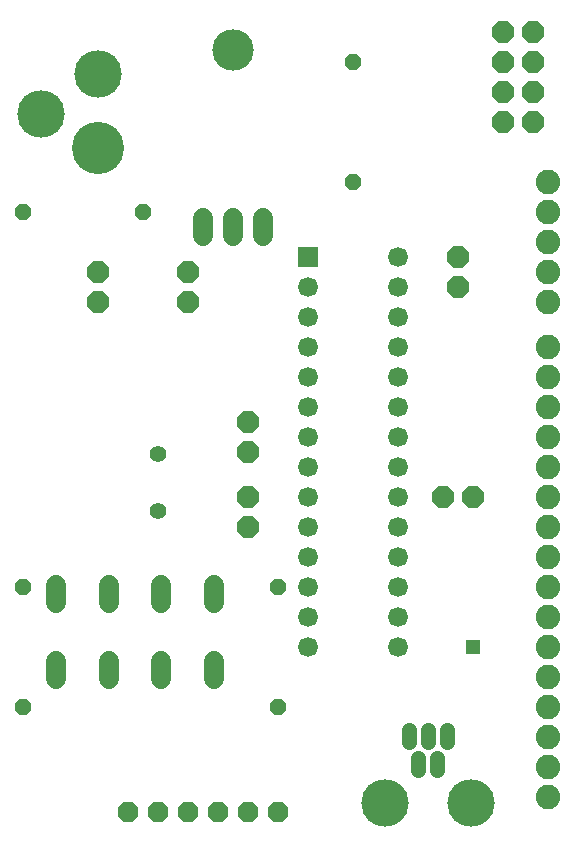
<source format=gts>
G75*
G70*
%OFA0B0*%
%FSLAX24Y24*%
%IPPOS*%
%LPD*%
%AMOC8*
5,1,8,0,0,1.08239X$1,22.5*
%
%ADD10R,0.0665X0.0665*%
%ADD11C,0.0665*%
%ADD12C,0.0680*%
%ADD13OC8,0.0560*%
%ADD14OC8,0.0710*%
%ADD15C,0.0560*%
%ADD16OC8,0.0680*%
%ADD17OC8,0.0740*%
%ADD18C,0.1580*%
%ADD19C,0.0496*%
%ADD20C,0.1740*%
%ADD21C,0.1582*%
%ADD22C,0.1380*%
%ADD23C,0.0820*%
%ADD24R,0.0456X0.0456*%
D10*
X013180Y030680D03*
D11*
X013180Y029680D03*
X013180Y028680D03*
X013180Y027680D03*
X013180Y026680D03*
X013180Y025680D03*
X013180Y024680D03*
X013180Y023680D03*
X013180Y022680D03*
X013180Y021680D03*
X013180Y020680D03*
X013180Y019680D03*
X013180Y018680D03*
X013180Y017680D03*
X016180Y017680D03*
X016180Y018680D03*
X016180Y019680D03*
X016180Y020680D03*
X016180Y021680D03*
X016180Y022680D03*
X016180Y023680D03*
X016180Y024680D03*
X016180Y025680D03*
X016180Y026680D03*
X016180Y027680D03*
X016180Y028680D03*
X016180Y029680D03*
X016180Y030680D03*
D12*
X011680Y031380D02*
X011680Y031980D01*
X010680Y031980D02*
X010680Y031380D01*
X009680Y031380D02*
X009680Y031980D01*
X010070Y019760D02*
X010070Y019160D01*
X008290Y019160D02*
X008290Y019760D01*
X006570Y019760D02*
X006570Y019160D01*
X004790Y019160D02*
X004790Y019760D01*
X004790Y017200D02*
X004790Y016600D01*
X006570Y016600D02*
X006570Y017200D01*
X008290Y017200D02*
X008290Y016600D01*
X010070Y016600D02*
X010070Y017200D01*
D13*
X012180Y015680D03*
X012180Y019680D03*
X003680Y019680D03*
X003680Y015680D03*
X003680Y032180D03*
X007680Y032180D03*
X014680Y033180D03*
X014680Y037180D03*
D14*
X018180Y030680D03*
X018180Y029680D03*
X011180Y025180D03*
X011180Y024180D03*
X011180Y022680D03*
X011180Y021680D03*
X017680Y022680D03*
X018680Y022680D03*
X009180Y029180D03*
X009180Y030180D03*
D15*
X008180Y024130D03*
X008180Y022230D03*
D16*
X007180Y012180D03*
X008180Y012180D03*
X009180Y012180D03*
X010180Y012180D03*
X011180Y012180D03*
X012180Y012180D03*
D17*
X006180Y029180D03*
X006180Y030180D03*
X019680Y035180D03*
X019680Y036180D03*
X019680Y037180D03*
X019680Y038180D03*
X020680Y038180D03*
X020680Y037180D03*
X020680Y036180D03*
X020680Y035180D03*
D18*
X018617Y012479D03*
X015743Y012479D03*
D19*
X016865Y013579D02*
X016865Y013995D01*
X016550Y014507D02*
X016550Y014922D01*
X017180Y014922D02*
X017180Y014507D01*
X017495Y013995D02*
X017495Y013579D01*
X017810Y014507D02*
X017810Y014922D01*
D20*
X006180Y034326D03*
D21*
X004290Y035448D03*
X006180Y036786D03*
D22*
X010680Y037580D03*
D23*
X021180Y033180D03*
X021180Y032180D03*
X021180Y031180D03*
X021180Y030180D03*
X021180Y029180D03*
X021180Y027680D03*
X021180Y026680D03*
X021180Y025680D03*
X021180Y024680D03*
X021180Y023680D03*
X021180Y022680D03*
X021180Y021680D03*
X021180Y020680D03*
X021180Y019680D03*
X021180Y018680D03*
X021180Y017680D03*
X021180Y016680D03*
X021180Y015680D03*
X021180Y014680D03*
X021180Y013680D03*
X021180Y012680D03*
D24*
X018680Y017680D03*
M02*

</source>
